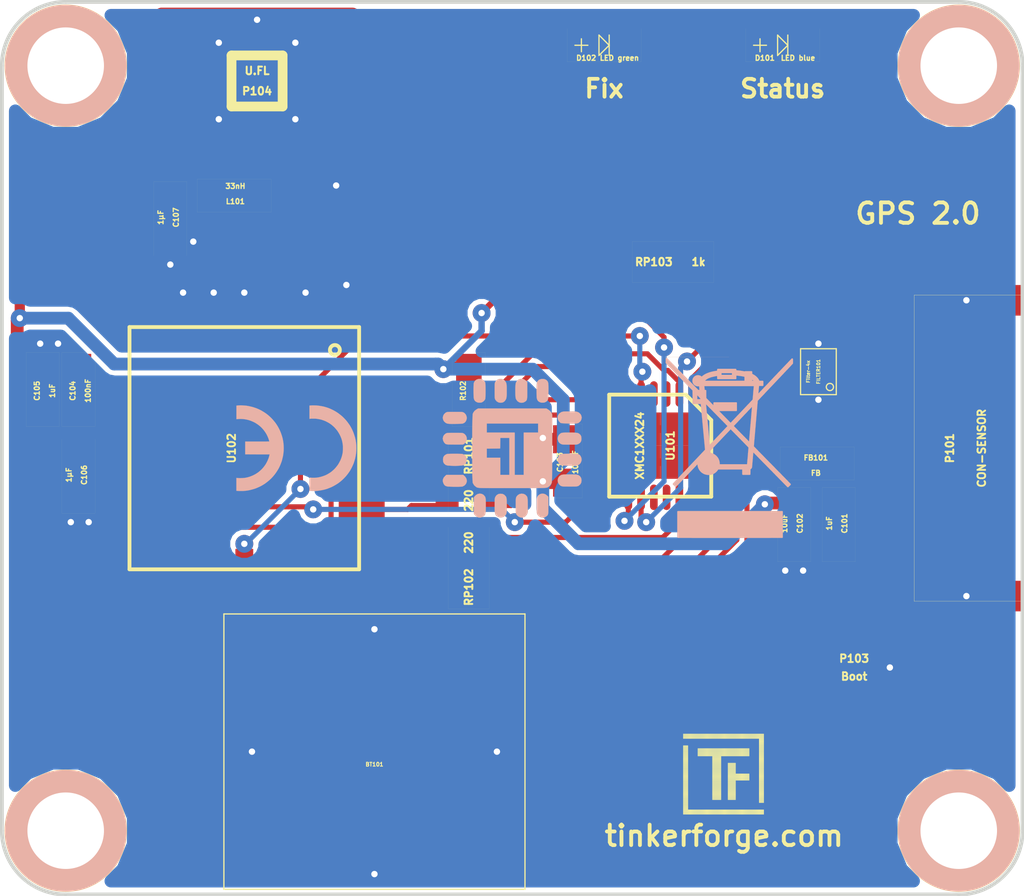
<source format=kicad_pcb>
(kicad_pcb (version 4) (host pcbnew 4.0.2+e4-6225~38~ubuntu15.10.1-stable)
  (layers (0 F.Cu signal hide) (31 B.Cu signal hide) (34 B.Paste user) (35 F.Paste user) (36 B.SilkS user) (37 F.SilkS user) (38 B.Mask user) (39 F.Mask user) (44 Edge.Cuts user))
  (net 0 "")
  (net 1 GND)
  (net 2 +BATT)
  (net 3 VCC)
  (net 4 "Net-(C101-Pad2)")
  (net 5 "Net-(L101-Pad2)")
  (net 6 "Net-(FILTER101-Pad1)")
  (net 7 "Net-(FILTER101-Pad2)")
  (net 8 "Net-(FILTER101-Pad3)")
  (net 9 "Net-(FILTER101-Pad4)")
  (net 10 RESET)
  (net 11 TXD)
  (net 12 RXD)
  (net 13 1PPS)
  (net 14 "Net-(RP101-Pad5)")
  (net 15 "Net-(RP101-Pad7)")
  (net 16 "Net-(RP101-Pad8)")
  (net 17 RTCM)
  (net 18 INT)
  (net 19 "Net-(D101-Pad2)")
  (net 20 "Net-(P103-Pad2)")
  (net 21 M-CS)
  (net 22 M-CLK)
  (net 23 M-MOSI)
  (net 24 M-MISO)
  (net 25 S-MISO)
  (net 26 S-MOSI)
  (net 27 S-CLK)
  (net 28 S-CS)
  (net 29 "Net-(RP102-Pad1)")
  (net 30 "Net-(RP102-Pad2)")
  (net 31 "Net-(RP102-Pad3)")
  (net 32 "Net-(RP102-Pad4)")
  (net 33 "Net-(D102-Pad2)")
  (net 34 "Net-(RP103-Pad5)")
  (net 35 "Net-(RP103-Pad8)")
  (module kicad-libraries:0603E (layer F.Cu) (at 188.5 103.9 270)
    (fp_text reference C103 (at 0.05 0.225 270) (layer F.SilkS) (effects (font (size 0.2 0.2) (thickness 0.05))))
    (fp_text value 100nF (at 0.05 -0.375 270) (layer F.SilkS) (effects (font (size 0.2 0.2) (thickness 0.05))))
    (pad 1 smd rect (at -0.8501 0 270) (size 1.1 1) (layers F.Cu F.Paste F.Mask) (net 1 GND))
    (pad 2 smd rect (at 0.8501 0 270) (size 1.1 1) (layers F.Cu F.Paste F.Mask) (net 3 VCC))
  )
  (module kicad-libraries:0603E (layer F.Cu) (at 199.2 106.4 90)
    (fp_text reference C101 (at 0.05 0.225 90) (layer F.SilkS) (effects (font (size 0.2 0.2) (thickness 0.05))))
    (fp_text value 1uF (at 0.05 -0.375 90) (layer F.SilkS) (effects (font (size 0.2 0.2) (thickness 0.05))))
    (pad 1 smd rect (at -0.8501 0 90) (size 1.1 1) (layers F.Cu F.Paste F.Mask) (net 1 GND))
    (pad 2 smd rect (at 0.8501 0 90) (size 1.1 1) (layers F.Cu F.Paste F.Mask) (net 4 "Net-(C101-Pad2)"))
  )
  (module kicad-libraries:0603E (layer F.Cu) (at 197.45 106.4 90)
    (fp_text reference C102 (at 0.05 0.225 90) (layer F.SilkS) (effects (font (size 0.2 0.2) (thickness 0.05))))
    (fp_text value 10uF (at 0.05 -0.375 90) (layer F.SilkS) (effects (font (size 0.2 0.2) (thickness 0.05))))
    (pad 1 smd rect (at -0.8501 0 90) (size 1.1 1) (layers F.Cu F.Paste F.Mask) (net 1 GND))
    (pad 2 smd rect (at 0.8501 0 90) (size 1.1 1) (layers F.Cu F.Paste F.Mask) (net 3 VCC))
  )
  (module kicad-libraries:0603E (layer F.Cu) (at 169.4 101.1 270)
    (fp_text reference C104 (at 0.05 0.225 270) (layer F.SilkS) (effects (font (size 0.2 0.2) (thickness 0.05))))
    (fp_text value 100nF (at 0.05 -0.375 270) (layer F.SilkS) (effects (font (size 0.2 0.2) (thickness 0.05))))
    (pad 1 smd rect (at -0.8501 0 270) (size 1.1 1) (layers F.Cu F.Paste F.Mask) (net 1 GND))
    (pad 2 smd rect (at 0.8501 0 270) (size 1.1 1) (layers F.Cu F.Paste F.Mask) (net 3 VCC))
  )
  (module kicad-libraries:0603E (layer F.Cu) (at 168 101.1 270)
    (fp_text reference C105 (at 0.05 0.225 270) (layer F.SilkS) (effects (font (size 0.2 0.2) (thickness 0.05))))
    (fp_text value 1uF (at 0.05 -0.375 270) (layer F.SilkS) (effects (font (size 0.2 0.2) (thickness 0.05))))
    (pad 1 smd rect (at -0.8501 0 270) (size 1.1 1) (layers F.Cu F.Paste F.Mask) (net 1 GND))
    (pad 2 smd rect (at 0.8501 0 270) (size 1.1 1) (layers F.Cu F.Paste F.Mask) (net 3 VCC))
  )
  (module kicad-libraries:0603E (layer F.Cu) (at 169.4 104.5 90)
    (fp_text reference C106 (at 0.05 0.225 90) (layer F.SilkS) (effects (font (size 0.2 0.2) (thickness 0.05))))
    (fp_text value 1µF (at 0.05 -0.375 90) (layer F.SilkS) (effects (font (size 0.2 0.2) (thickness 0.05))))
    (pad 1 smd rect (at -0.8501 0 90) (size 1.1 1) (layers F.Cu F.Paste F.Mask) (net 1 GND))
    (pad 2 smd rect (at 0.8501 0 90) (size 1.1 1) (layers F.Cu F.Paste F.Mask) (net 2 +BATT))
  )
  (module kicad-libraries:0603E (layer F.Cu) (at 173 94.4 90)
    (fp_text reference C107 (at 0.05 0.225 90) (layer F.SilkS) (effects (font (size 0.2 0.2) (thickness 0.05))))
    (fp_text value 1µF (at 0.05 -0.375 90) (layer F.SilkS) (effects (font (size 0.2 0.2) (thickness 0.05))))
    (pad 1 smd rect (at -0.8501 0 90) (size 1.1 1) (layers F.Cu F.Paste F.Mask) (net 1 GND))
    (pad 2 smd rect (at 0.8501 0 90) (size 1.1 1) (layers F.Cu F.Paste F.Mask) (net 3 VCC))
  )
  (module kicad-libraries:0603E (layer F.Cu) (at 198.35 104 180)
    (fp_text reference FB101 (at 0.05 0.225 180) (layer F.SilkS) (effects (font (size 0.2 0.2) (thickness 0.05))))
    (fp_text value FB (at 0.05 -0.375 180) (layer F.SilkS) (effects (font (size 0.2 0.2) (thickness 0.05))))
    (pad 1 smd rect (at -0.8501 0 180) (size 1.1 1) (layers F.Cu F.Paste F.Mask) (net 4 "Net-(C101-Pad2)"))
    (pad 2 smd rect (at 0.8501 0 180) (size 1.1 1) (layers F.Cu F.Paste F.Mask) (net 3 VCC))
  )
  (module kicad-libraries:0603E (layer F.Cu) (at 175.5 93.5)
    (fp_text reference L101 (at 0.05 0.225) (layer F.SilkS) (effects (font (size 0.2 0.2) (thickness 0.05))))
    (fp_text value 33nH (at 0.05 -0.375) (layer F.SilkS) (effects (font (size 0.2 0.2) (thickness 0.05))))
    (pad 1 smd rect (at -0.8501 0) (size 1.1 1) (layers F.Cu F.Paste F.Mask) (net 3 VCC))
    (pad 2 smd rect (at 0.8501 0) (size 1.1 1) (layers F.Cu F.Paste F.Mask) (net 5 "Net-(L101-Pad2)"))
  )
  (module kicad-libraries:DRILL_NP (layer F.Cu) (at 203.9 88.4)
    (fp_text reference U103 hide)
    (fp_text value DRILL hide)
    (pad "" np_thru_hole circle (at 0 0) (size 2.99974 2.99974) (drill 2.99974) (layers *.Cu *.Mask F.SilkS) (clearance 0.89916))
  )
  (module kicad-libraries:DRILL_NP (layer F.Cu) (at 203.9 118.4)
    (fp_text reference U104 hide)
    (fp_text value DRILL hide)
    (pad "" np_thru_hole circle (at 0 0) (size 2.99974 2.99974) (drill 2.99974) (layers *.Cu *.Mask F.SilkS) (clearance 0.89916))
  )
  (module kicad-libraries:DRILL_NP (layer F.Cu) (at 168.9 88.4)
    (fp_text reference U105 hide)
    (fp_text value DRILL hide)
    (pad "" np_thru_hole circle (at 0 0) (size 2.99974 2.99974) (drill 2.99974) (layers *.Cu *.Mask F.SilkS) (clearance 0.89916))
  )
  (module kicad-libraries:DRILL_NP (layer F.Cu) (at 168.9 118.4)
    (fp_text reference U106 hide)
    (fp_text value DRILL hide)
    (pad "" np_thru_hole circle (at 0 0) (size 2.99974 2.99974) (drill 2.99974) (layers *.Cu *.Mask F.SilkS) (clearance 0.89916))
  )
  (module kicad-libraries:FireFlyX1 (layer F.Cu) (at 175.9 103.4 270)
    (fp_text reference U102 (at 0 0.5 270) (layer F.SilkS) (effects (font (size 0.3 0.3) (thickness 0.0712))))
    (fp_text value FireFlyX1)
    (pad 1 smd rect (at -4.85 -2.4 270) (size 1.8 0.7) (layers F.Cu F.Paste F.Mask) (net 1 GND))
    (pad 2 smd rect (at -4.85 -1.2 270) (size 1.8 0.7) (layers F.Cu F.Paste F.Mask) (net 5 "Net-(L101-Pad2)"))
    (pad 3 smd rect (at -4.85 0 270) (size 1.8 0.7) (layers F.Cu F.Paste F.Mask) (net 1 GND))
    (pad 4 smd rect (at -4.85 1.2 270) (size 1.8 0.7) (layers F.Cu F.Paste F.Mask) (net 1 GND))
    (pad 5 smd rect (at -4.85 2.4 270) (size 1.8 0.7) (layers F.Cu F.Paste F.Mask) (net 1 GND))
    (pad 6 smd rect (at -2.4 4.6 270) (size 0.7 1.8) (layers F.Cu F.Paste F.Mask) (net 1 GND))
    (pad 7 smd rect (at -1.2 4.6 270) (size 0.7 1.8) (layers F.Cu F.Paste F.Mask) (net 3 VCC))
    (pad 8 smd rect (at 0 4.6 270) (size 0.7 1.8) (layers F.Cu F.Paste F.Mask) (net 2 +BATT))
    (pad 9 smd rect (at 1.2 4.6 270) (size 0.7 1.8) (layers F.Cu F.Paste F.Mask) (net 1 GND))
    (pad 10 smd rect (at 2.4 4.6 270) (size 0.7 1.8) (layers F.Cu F.Paste F.Mask))
    (pad 11 smd rect (at 4.85 2.4 270) (size 1.8 0.7) (layers F.Cu F.Paste F.Mask) (net 17 RTCM))
    (pad 12 smd rect (at 4.85 1.2 270) (size 1.8 0.7) (layers F.Cu F.Paste F.Mask) (net 29 "Net-(RP102-Pad1)"))
    (pad 13 smd rect (at 4.85 0 270) (size 1.8 0.7) (layers F.Cu F.Paste F.Mask) (net 18 INT))
    (pad 14 smd rect (at 4.85 -1.2 270) (size 1.8 0.7) (layers F.Cu F.Paste F.Mask) (net 30 "Net-(RP102-Pad2)"))
    (pad 15 smd rect (at 4.85 -2.4 270) (size 1.8 0.7) (layers F.Cu F.Paste F.Mask) (net 31 "Net-(RP102-Pad3)"))
    (pad 16 smd rect (at 2.4 -4.6 270) (size 0.7 1.8) (layers F.Cu F.Paste F.Mask) (net 16 "Net-(RP101-Pad8)"))
    (pad 17 smd rect (at 1.2 -4.6 270) (size 0.7 1.8) (layers F.Cu F.Paste F.Mask) (net 15 "Net-(RP101-Pad7)"))
    (pad 18 smd rect (at 0 -4.6 270) (size 0.7 1.8) (layers F.Cu F.Paste F.Mask) (net 14 "Net-(RP101-Pad5)"))
    (pad 19 smd rect (at -1.2 -4.6 270) (size 0.7 1.8) (layers F.Cu F.Paste F.Mask) (net 10 RESET))
    (pad 20 smd rect (at -2.4 -4.6 270) (size 0.7 1.8) (layers F.Cu F.Paste F.Mask) (net 32 "Net-(RP102-Pad4)"))
  )
  (module kicad-libraries:U.FL-CON (layer F.Cu) (at 176.4 89)
    (fp_text reference P104 (at 0 0.39878) (layer F.SilkS) (effects (font (size 0.29972 0.29972) (thickness 0.0762))))
    (fp_text value U.FL (at 0 -0.39878) (layer F.SilkS) (effects (font (size 0.29972 0.29972) (thickness 0.0762))))
    (pad 2 smd rect (at -1.45034 0) (size 1.09982 2.19964) (layers F.Cu F.Paste F.Mask) (net 1 GND))
    (pad 2 smd rect (at 1.45034 0) (size 1.09982 2.19964) (layers F.Cu F.Paste F.Mask) (net 1 GND))
    (pad 2 smd rect (at 0 -1.50114) (size 1.00076 1.00076) (layers F.Cu F.Paste F.Mask) (net 1 GND))
    (pad 1 smd rect (at 0 1.50114) (size 1.00076 1.05156) (layers F.Cu F.Paste F.Mask) (net 5 "Net-(L101-Pad2)"))
  )
  (module kicad-libraries:D0603E (layer F.Cu) (at 197 87.6)
    (fp_text reference D101 (at -0.7 0.5) (layer F.SilkS) (effects (font (size 0.2 0.2) (thickness 0.05))))
    (fp_text value "LED blue" (at 0.6 0.5) (layer F.SilkS) (effects (font (size 0.2 0.2) (thickness 0.05))))
    (pad 1 smd rect (at -0.8501 0) (size 1.1 1) (layers F.Cu F.Paste F.Mask) (net 3 VCC))
    (pad 2 smd rect (at 0.8501 0) (size 1.1 1) (layers F.Cu F.Paste F.Mask) (net 19 "Net-(D101-Pad2)"))
  )
  (module kicad-libraries:0603X4 (layer F.Cu) (at 184.7 108.1 90)
    (fp_text reference RP102 (at -0.75 0 90) (layer F.SilkS) (effects (font (size 0.29972 0.29972) (thickness 0.0762))))
    (fp_text value 220 (at 1.00076 0 90) (layer F.SilkS) (effects (font (size 0.29972 0.29972) (thickness 0.0762))))
    (pad 1 smd rect (at 1.19888 -0.8509 90) (size 0.44958 0.89916) (layers F.Cu F.Paste F.Mask) (net 29 "Net-(RP102-Pad1)"))
    (pad 2 smd rect (at 0.39878 -0.8509 90) (size 0.44958 0.89916) (layers F.Cu F.Paste F.Mask) (net 30 "Net-(RP102-Pad2)"))
    (pad 3 smd rect (at -0.39878 -0.8509 90) (size 0.44958 0.89916) (layers F.Cu F.Paste F.Mask) (net 31 "Net-(RP102-Pad3)"))
    (pad 4 smd rect (at -1.19888 -0.8509 90) (size 0.44958 0.89916) (layers F.Cu F.Paste F.Mask) (net 32 "Net-(RP102-Pad4)"))
    (pad 5 smd rect (at -1.19888 0.8509 90) (size 0.44958 0.89916) (layers F.Cu F.Paste F.Mask) (net 21 M-CS))
    (pad 6 smd rect (at -0.39878 0.8509 90) (size 0.44958 0.89916) (layers F.Cu F.Paste F.Mask) (net 22 M-CLK))
    (pad 7 smd rect (at 0.39878 0.8509 90) (size 0.44958 0.89916) (layers F.Cu F.Paste F.Mask) (net 23 M-MOSI))
    (pad 8 smd rect (at 1.19888 0.8509 90) (size 0.44958 0.89916) (layers F.Cu F.Paste F.Mask) (net 24 M-MISO))
  )
  (module kicad-libraries:0603X4 (layer F.Cu) (at 184.7 104.45 270)
    (fp_text reference RP101 (at -0.75 0 270) (layer F.SilkS) (effects (font (size 0.29972 0.29972) (thickness 0.0762))))
    (fp_text value 220 (at 1.00076 0 270) (layer F.SilkS) (effects (font (size 0.29972 0.29972) (thickness 0.0762))))
    (pad 1 smd rect (at 1.19888 -0.8509 270) (size 0.44958 0.89916) (layers F.Cu F.Paste F.Mask) (net 11 TXD))
    (pad 2 smd rect (at 0.39878 -0.8509 270) (size 0.44958 0.89916) (layers F.Cu F.Paste F.Mask) (net 12 RXD))
    (pad 3 smd rect (at -0.39878 -0.8509 270) (size 0.44958 0.89916) (layers F.Cu F.Paste F.Mask))
    (pad 4 smd rect (at -1.19888 -0.8509 270) (size 0.44958 0.89916) (layers F.Cu F.Paste F.Mask) (net 13 1PPS))
    (pad 5 smd rect (at -1.19888 0.8509 270) (size 0.44958 0.89916) (layers F.Cu F.Paste F.Mask) (net 14 "Net-(RP101-Pad5)"))
    (pad 6 smd rect (at -0.39878 0.8509 270) (size 0.44958 0.89916) (layers F.Cu F.Paste F.Mask))
    (pad 7 smd rect (at 0.39878 0.8509 270) (size 0.44958 0.89916) (layers F.Cu F.Paste F.Mask) (net 15 "Net-(RP101-Pad7)"))
    (pad 8 smd rect (at 1.19888 0.8509 270) (size 0.44958 0.89916) (layers F.Cu F.Paste F.Mask) (net 16 "Net-(RP101-Pad8)"))
  )
  (module kicad-libraries:Logo_31x31 (layer F.Cu) (at 193.1 114.6)
    (fp_text reference G*** hide)
    (fp_text value Logo_31x31 hide)
  )
  (module kicad-libraries:QFN24-4x4mm-0.5mm (layer F.Cu) (at 192.2 103.3 270)
    (fp_text reference U101 (at 0 -0.4 270) (layer F.SilkS) (effects (font (size 0.3 0.3) (thickness 0.075))))
    (fp_text value XMC1XXX24 (at 0 0.8 270) (layer F.SilkS) (effects (font (size 0.3 0.3) (thickness 0.075))))
    (pad 1 smd oval (at -2.025 -1.25 270) (size 1 0.3) (layers F.Cu F.Paste F.Mask) (net 25 S-MISO))
    (pad 2 smd oval (at -2.025 -0.75 270) (size 1 0.3) (layers F.Cu F.Paste F.Mask) (net 10 RESET))
    (pad 3 smd oval (at -2.025 -0.25 270) (size 1 0.3) (layers F.Cu F.Paste F.Mask))
    (pad 4 smd oval (at -2.025 0.25 270) (size 1 0.3) (layers F.Cu F.Paste F.Mask))
    (pad 5 smd oval (at -2.025 0.75 270) (size 1 0.3) (layers F.Cu F.Paste F.Mask) (net 18 INT))
    (pad 6 smd oval (at -2.025 1.25 270) (size 1 0.3) (layers F.Cu F.Paste F.Mask) (net 13 1PPS))
    (pad 7 smd oval (at -1.25 2.025) (size 1 0.3) (layers F.Cu F.Paste F.Mask) (net 12 RXD))
    (pad 8 smd oval (at -0.75 2.025) (size 1 0.3) (layers F.Cu F.Paste F.Mask) (net 11 TXD))
    (pad 9 smd oval (at -0.25 2.025) (size 1 0.3) (layers F.Cu F.Paste F.Mask) (net 1 GND))
    (pad 10 smd oval (at 0.25 2.025) (size 1 0.3) (layers F.Cu F.Paste F.Mask) (net 3 VCC))
    (pad 11 smd oval (at 0.75 2.025) (size 1 0.3) (layers F.Cu F.Paste F.Mask))
    (pad 12 smd oval (at 1.25 2.025) (size 1 0.3) (layers F.Cu F.Paste F.Mask) (net 17 RTCM))
    (pad 13 smd oval (at 2.025 1.25 270) (size 1 0.3) (layers F.Cu F.Paste F.Mask) (net 34 "Net-(RP103-Pad5)"))
    (pad 14 smd oval (at 2.025 0.75 270) (size 1 0.3) (layers F.Cu F.Paste F.Mask) (net 35 "Net-(RP103-Pad8)"))
    (pad 15 smd oval (at 2.025 0.25 270) (size 1 0.3) (layers F.Cu F.Paste F.Mask))
    (pad 16 smd oval (at 2.025 -0.25 270) (size 1 0.3) (layers F.Cu F.Paste F.Mask))
    (pad 17 smd oval (at 2.025 -0.75 270) (size 1 0.3) (layers F.Cu F.Paste F.Mask) (net 24 M-MISO))
    (pad 18 smd oval (at 2.025 -1.25 270) (size 1 0.3) (layers F.Cu F.Paste F.Mask) (net 23 M-MOSI))
    (pad 19 smd oval (at 1.25 -2.025) (size 1 0.3) (layers F.Cu F.Paste F.Mask) (net 22 M-CLK))
    (pad 20 smd oval (at 0.75 -2.025) (size 1 0.3) (layers F.Cu F.Paste F.Mask) (net 21 M-CS))
    (pad 21 smd oval (at 0.25 -2.025) (size 1 0.3) (layers F.Cu F.Paste F.Mask) (net 20 "Net-(P103-Pad2)"))
    (pad 22 smd oval (at -0.25 -2.025) (size 1 0.3) (layers F.Cu F.Paste F.Mask) (net 28 S-CS))
    (pad 23 smd oval (at -0.75 -2.025) (size 1 0.3) (layers F.Cu F.Paste F.Mask) (net 27 S-CLK))
    (pad 24 smd oval (at -1.25 -2.025) (size 1 0.3) (layers F.Cu F.Paste F.Mask) (net 26 S-MOSI))
    (pad EXP smd rect (at 0.65 0.65 270) (size 1.3 1.3) (layers F.Cu F.Paste F.Mask) (net 1 GND))
    (pad EXP smd rect (at 0.65 -0.65 270) (size 1.3 1.3) (layers F.Cu F.Paste F.Mask) (net 1 GND))
    (pad EXP smd rect (at -0.65 0.65 270) (size 1.3 1.3) (layers F.Cu F.Paste F.Mask) (net 1 GND))
    (pad EXP smd rect (at -0.65 -0.65 270) (size 1.3 1.3) (layers F.Cu F.Paste F.Mask) (net 1 GND))
  )
  (module kicad-libraries:CE_5mm (layer B.Cu) (at 177.9 103.4 180)
    (fp_text reference VAL hide)
    (fp_text value CE_5mm hide)
  )
  (module kicad-libraries:WEEE_7mm_back (layer B.Cu) (at 194.9 103.4)
    (fp_text reference VAL hide)
    (fp_text value WEEE_7mm_back hide)
  )
  (module kicad-libraries:CON-SENSOR (layer F.Cu) (at 206.4 103.4 90)
    (fp_text reference P101 (at 0 -2.85 90) (layer F.SilkS) (effects (font (size 0.3 0.3) (thickness 0.075))))
    (fp_text value CON-SENSOR (at 0 -1.6002 90) (layer F.SilkS) (effects (font (size 0.29972 0.29972) (thickness 0.07112))))
    (pad 1 smd rect (at -4.50088 -4.7752 90) (size 0.59944 1.5494) (layers F.Cu F.Paste F.Mask))
    (pad 2 smd rect (at -3.50012 -4.7752 90) (size 0.59944 1.5494) (layers F.Cu F.Paste F.Mask) (net 1 GND))
    (pad 3 smd rect (at -2.49936 -4.7752 90) (size 0.59944 1.5494) (layers F.Cu F.Paste F.Mask) (net 4 "Net-(C101-Pad2)"))
    (pad 4 smd rect (at -1.50114 -4.7752 90) (size 0.59944 1.5494) (layers F.Cu F.Paste F.Mask))
    (pad 5 smd rect (at -0.50038 -4.7752 90) (size 0.59944 1.5494) (layers F.Cu F.Paste F.Mask))
    (pad 6 smd rect (at 0.50038 -4.7752 90) (size 0.59944 1.5494) (layers F.Cu F.Paste F.Mask))
    (pad 7 smd rect (at 1.50114 -4.7752 90) (size 0.59944 1.5494) (layers F.Cu F.Paste F.Mask) (net 6 "Net-(FILTER101-Pad1)"))
    (pad 8 smd rect (at 2.49936 -4.7752 90) (size 0.59944 1.5494) (layers F.Cu F.Paste F.Mask) (net 7 "Net-(FILTER101-Pad2)"))
    (pad 9 smd rect (at 3.50012 -4.7752 90) (size 0.59944 1.5494) (layers F.Cu F.Paste F.Mask) (net 8 "Net-(FILTER101-Pad3)"))
    (pad 10 smd rect (at 4.50088 -4.7752 90) (size 0.59944 1.5494) (layers F.Cu F.Paste F.Mask) (net 9 "Net-(FILTER101-Pad4)"))
    (pad EP smd rect (at -5.79882 -0.89916 90) (size 1.19888 1.80086) (layers F.Cu F.Paste F.Mask) (net 1 GND))
    (pad EP smd rect (at 5.79882 -0.89916 90) (size 1.19888 1.80086) (layers F.Cu F.Paste F.Mask) (net 1 GND))
  )
  (module kicad-libraries:D0603E (layer F.Cu) (at 190 87.6)
    (fp_text reference D102 (at -0.7 0.5) (layer F.SilkS) (effects (font (size 0.2 0.2) (thickness 0.05))))
    (fp_text value "LED green" (at 0.6 0.5) (layer F.SilkS) (effects (font (size 0.2 0.2) (thickness 0.05))))
    (pad 1 smd rect (at -0.8501 0) (size 1.1 1) (layers F.Cu F.Paste F.Mask) (net 3 VCC))
    (pad 2 smd rect (at 0.8501 0) (size 1.1 1) (layers F.Cu F.Paste F.Mask) (net 33 "Net-(D102-Pad2)"))
  )
  (module kicad-libraries:0603X4 (layer F.Cu) (at 192.7 96.1)
    (fp_text reference RP103 (at -0.75 0) (layer F.SilkS) (effects (font (size 0.29972 0.29972) (thickness 0.0762))))
    (fp_text value 1k (at 1.00076 0) (layer F.SilkS) (effects (font (size 0.29972 0.29972) (thickness 0.0762))))
    (pad 1 smd rect (at 1.19888 -0.8509) (size 0.44958 0.89916) (layers F.Cu F.Paste F.Mask) (net 19 "Net-(D101-Pad2)"))
    (pad 2 smd rect (at 0.39878 -0.8509) (size 0.44958 0.89916) (layers F.Cu F.Paste F.Mask))
    (pad 3 smd rect (at -0.39878 -0.8509) (size 0.44958 0.89916) (layers F.Cu F.Paste F.Mask))
    (pad 4 smd rect (at -1.19888 -0.8509) (size 0.44958 0.89916) (layers F.Cu F.Paste F.Mask) (net 33 "Net-(D102-Pad2)"))
    (pad 5 smd rect (at -1.19888 0.8509) (size 0.44958 0.89916) (layers F.Cu F.Paste F.Mask) (net 34 "Net-(RP103-Pad5)"))
    (pad 6 smd rect (at -0.39878 0.8509) (size 0.44958 0.89916) (layers F.Cu F.Paste F.Mask))
    (pad 7 smd rect (at 0.39878 0.8509) (size 0.44958 0.89916) (layers F.Cu F.Paste F.Mask))
    (pad 8 smd rect (at 1.19888 0.8509) (size 0.44958 0.89916) (layers F.Cu F.Paste F.Mask) (net 35 "Net-(RP103-Pad8)"))
  )
  (module kicad-libraries:SolderJumper (layer F.Cu) (at 199.8 112 180)
    (fp_text reference P103 (at 0 0.35 180) (layer F.SilkS) (effects (font (size 0.3 0.3) (thickness 0.0712))))
    (fp_text value Boot (at 0 -0.35 180) (layer F.SilkS) (effects (font (size 0.3 0.3) (thickness 0.0712))))
    (pad 2 smd rect (at 0.55 0 180) (size 0.3 1.4) (layers F.Cu F.Mask) (net 20 "Net-(P103-Pad2)"))
    (pad 2 smd rect (at 0.15 0 180) (size 0.6 0.5) (layers F.Cu F.Mask) (net 20 "Net-(P103-Pad2)"))
    (pad 1 smd rect (at -0.5 0 180) (size 0.4 1.4) (layers F.Cu F.Mask) (net 1 GND))
    (pad 1 smd rect (at -0.225 0.55 180) (size 0.95 0.3) (layers F.Cu F.Mask) (net 1 GND))
    (pad 1 smd rect (at -0.225 -0.55 180) (size 0.95 0.3) (layers F.Cu F.Mask) (net 1 GND))
  )
  (module kicad-libraries:BATTERY_HOLDER_BK870 (layer F.Cu) (at 181 115.3)
    (fp_text reference BT101 (at 0 0.5) (layer F.SilkS) (effects (font (size 0.15 0.15) (thickness 0.0375))))
    (fp_text value Battery)
    (pad 1 smd rect (at -7.7 0) (size 3.2 3.2) (layers F.Cu F.Paste F.Mask) (net 2 +BATT))
    (pad 1 smd rect (at 7.7 0) (size 3.2 3.2) (layers F.Cu F.Paste F.Mask) (net 2 +BATT))
    (pad 2 smd circle (at 0 0) (size 8.13 8.13) (layers F.Cu F.Mask) (net 1 GND))
  )
  (module kicad-libraries:DFN8-17x135 (layer F.Cu) (at 198.4 100.4 270)
    (fp_text reference FILTER101 (at 0 0 270) (layer F.SilkS) (effects (font (size 0.127 0.127) (thickness 0.03175))))
    (fp_text value Filter-4x (at 0 0.4 270) (layer F.SilkS) (effects (font (size 0.127 0.127) (thickness 0.03175))))
    (pad 1 smd rect (at 0.6 -0.675 270) (size 0.25 0.6) (layers F.Cu F.Paste F.Mask) (net 6 "Net-(FILTER101-Pad1)"))
    (pad 2 smd rect (at 0.2 -0.675 270) (size 0.25 0.6) (layers F.Cu F.Paste F.Mask) (net 7 "Net-(FILTER101-Pad2)"))
    (pad 3 smd rect (at -0.2 -0.675 270) (size 0.25 0.6) (layers F.Cu F.Paste F.Mask) (net 8 "Net-(FILTER101-Pad3)"))
    (pad 4 smd rect (at -0.6 -0.675 270) (size 0.25 0.6) (layers F.Cu F.Paste F.Mask) (net 9 "Net-(FILTER101-Pad4)"))
    (pad 5 smd rect (at -0.6 0.675 270) (size 0.25 0.6) (layers F.Cu F.Paste F.Mask) (net 25 S-MISO))
    (pad 6 smd rect (at -0.2 0.675 270) (size 0.25 0.6) (layers F.Cu F.Paste F.Mask) (net 26 S-MOSI))
    (pad 7 smd rect (at 0.2 0.675 270) (size 0.25 0.6) (layers F.Cu F.Paste F.Mask) (net 27 S-CLK))
    (pad 8 smd rect (at 0.6 0.675 270) (size 0.25 0.6) (layers F.Cu F.Paste F.Mask) (net 28 S-CS))
    (pad EXP smd rect (at 0 0 270) (size 1.2 0.4) (layers F.Cu F.Paste F.Mask) (net 1 GND))
  )
  (module kicad-libraries:0603E (layer F.Cu) (at 184.7 101.1 270)
    (fp_text reference R102 (at 0.05 0.225 270) (layer F.SilkS) (effects (font (size 0.2 0.2) (thickness 0.05))))
    (fp_text value 1k (at 0.05 -0.375 270) (layer F.SilkS) (effects (font (size 0.2 0.2) (thickness 0.05))))
    (pad 1 smd rect (at -0.8501 0 270) (size 1.1 1) (layers F.Cu F.Paste F.Mask) (net 3 VCC))
    (pad 2 smd rect (at 0.8501 0 270) (size 1.1 1) (layers F.Cu F.Paste F.Mask) (net 10 RESET))
  )
  (module kicad-libraries:Logo_CoMCU (layer B.Cu) (at 186.4 103.4 180)
    (fp_text reference G*** hide)
    (fp_text value LOGO hide)
  )
  (gr_text Fix (at 190 89.3) (layer F.SilkS) (effects (font (size 0.7 0.7))))
  (gr_text Status (at 197 89.3) (layer F.SilkS) (effects (font (size 0.7 0.7))))
  (gr_line (start 203.9 85.9) (end 168.9 85.9) (angle 90) (layer Edge.Cuts) (width 0.15))
  (gr_line (start 206.4 118.4) (end 206.4 88.4) (angle 90) (layer Edge.Cuts) (width 0.15))
  (gr_line (start 168.9 120.9) (end 203.9 120.9) (angle 90) (layer Edge.Cuts) (width 0.15))
  (gr_line (start 166.4 88.4) (end 166.4 118.4) (angle 90) (layer Edge.Cuts) (width 0.15))
  (gr_arc (start 168.9 88.4) (end 166.4 88.4) (angle 90) (layer Edge.Cuts) (width 0.15))
  (gr_arc (start 203.9 88.4) (end 203.9 85.9) (angle 90) (layer Edge.Cuts) (width 0.15))
  (gr_arc (start 203.9 118.4) (end 206.4 118.4) (angle 90) (layer Edge.Cuts) (width 0.15))
  (gr_arc (start 168.9 118.4) (end 168.9 120.9) (angle 90) (layer Edge.Cuts) (width 0.15))
  (gr_text "GPS 2.0" (at 202.3 94.2) (layer F.SilkS) (effects (font (size 0.8 0.8))))
  (gr_text tinkerforge.com (at 194.7 118.6) (layer F.SilkS) (effects (font (size 0.8 0.8))))
  (segment (start 181 115.3) (end 176.2 115.3) (width 0.5) (layer F.Cu) (net 1))
  (via (at 176.2 115.3) (size 0.7) (drill 0.25) (layers F.Cu B.Cu) (net 1))
  (segment (start 181 115.3) (end 185.8 115.3) (width 0.5) (layer F.Cu) (net 1))
  (via (at 185.8 115.3) (size 0.7) (drill 0.25) (layers F.Cu B.Cu) (net 1))
  (segment (start 181 115.3) (end 181 120.1) (width 0.5) (layer F.Cu) (net 1))
  (via (at 181 120.1) (size 0.7) (drill 0.25) (layers F.Cu B.Cu) (net 1))
  (segment (start 181 115.3) (end 181 110.5) (width 0.5) (layer F.Cu) (net 1))
  (via (at 181 110.5) (size 0.7) (drill 0.25) (layers F.Cu B.Cu) (net 1))
  (segment (start 200.025 112.55) (end 200.15 112.55) (width 0.2) (layer F.Cu) (net 1))
  (segment (start 200.15 112.55) (end 200.35 112.35) (width 0.2) (layer F.Cu) (net 1))
  (segment (start 200.35 112.35) (end 200.35 112) (width 0.2) (layer F.Cu) (net 1))
  (segment (start 200.35 112) (end 200.3 112) (width 0.2) (layer F.Cu) (net 1))
  (segment (start 200.025 111.45) (end 200.15 111.45) (width 0.2) (layer F.Cu) (net 1))
  (segment (start 200.15 111.45) (end 200.35 111.65) (width 0.2) (layer F.Cu) (net 1))
  (segment (start 200.35 111.65) (end 200.35 112) (width 0.2) (layer F.Cu) (net 1))
  (segment (start 200.35 112) (end 200.3 112) (width 0.2) (layer F.Cu) (net 1))
  (segment (start 200.35 112) (end 201.2 112) (width 0.2) (layer F.Cu) (net 1))
  (via (at 201.2 112) (size 0.7) (drill 0.25) (layers F.Cu B.Cu) (net 1))
  (segment (start 205.50084 97.60118) (end 204.20118 97.60118) (width 0.4) (layer F.Cu) (net 1))
  (via (at 204.2 97.6) (size 0.7) (drill 0.25) (layers F.Cu B.Cu) (net 1))
  (segment (start 204.20118 97.60118) (end 204.2 97.6) (width 0.4) (layer F.Cu) (net 1))
  (segment (start 205.50084 109.19882) (end 204.20118 109.19882) (width 0.4) (layer F.Cu) (net 1))
  (via (at 204.2 109.2) (size 0.7) (drill 0.25) (layers F.Cu B.Cu) (net 1))
  (segment (start 204.20118 109.19882) (end 204.2 109.2) (width 0.4) (layer F.Cu) (net 1))
  (segment (start 179.5 93.1) (end 179.5 96.6) (width 0.7) (layer B.Cu) (net 1))
  (segment (start 178.3 94.3) (end 179.5 93.1) (width 0.7) (layer B.Cu) (net 1))
  (via (at 179.5 93.1) (size 0.7) (drill 0.25) (layers F.Cu B.Cu) (net 1))
  (segment (start 178.3 98.55) (end 178.3 97.3) (width 0.4) (layer F.Cu) (net 1))
  (via (at 178.3 97.3) (size 0.7) (drill 0.25) (layers F.Cu B.Cu) (net 1))
  (segment (start 178.3 97.3) (end 178.3 94.3) (width 0.7) (layer B.Cu) (net 1))
  (via (at 179.9 97) (size 0.7) (drill 0.25) (layers F.Cu B.Cu) (net 1))
  (segment (start 179.5 96.6) (end 179.9 97) (width 0.7) (layer B.Cu) (net 1))
  (segment (start 188.5 103.0499) (end 187.6499 103.0499) (width 0.5) (layer F.Cu) (net 1))
  (via (at 187.6 103) (size 0.7) (drill 0.25) (layers F.Cu B.Cu) (net 1))
  (segment (start 187.6499 103.0499) (end 187.6 103) (width 0.5) (layer F.Cu) (net 1))
  (segment (start 192.85 103.95) (end 191.55 103.95) (width 0.3) (layer F.Cu) (net 1))
  (segment (start 191.55 103.95) (end 191.55 102.65) (width 0.3) (layer F.Cu) (net 1))
  (segment (start 191.55 102.65) (end 192.85 102.65) (width 0.3) (layer F.Cu) (net 1))
  (segment (start 191.15 103.05) (end 191.55 102.65) (width 0.3) (layer F.Cu) (net 1))
  (segment (start 190.175 103.05) (end 188.5001 103.05) (width 0.3) (layer F.Cu) (net 1))
  (segment (start 188.5001 103.05) (end 188.5 103.0499) (width 0.3) (layer F.Cu) (net 1))
  (segment (start 177.85034 89) (end 177.85034 87.54966) (width 0.4) (layer F.Cu) (net 1))
  (via (at 177.9 87.5) (size 0.7) (drill 0.25) (layers F.Cu B.Cu) (net 1))
  (segment (start 177.85034 87.54966) (end 177.9 87.5) (width 0.4) (layer F.Cu) (net 1))
  (segment (start 177.85034 89) (end 177.85034 90.45034) (width 0.4) (layer F.Cu) (net 1))
  (via (at 177.9 90.5) (size 0.7) (drill 0.25) (layers F.Cu B.Cu) (net 1))
  (segment (start 177.85034 90.45034) (end 177.9 90.5) (width 0.4) (layer F.Cu) (net 1))
  (segment (start 174.94966 89) (end 174.94966 90.45034) (width 0.4) (layer F.Cu) (net 1))
  (via (at 174.9 90.5) (size 0.7) (drill 0.25) (layers F.Cu B.Cu) (net 1))
  (segment (start 174.94966 90.45034) (end 174.9 90.5) (width 0.4) (layer F.Cu) (net 1))
  (segment (start 174.94966 89) (end 174.94966 87.54966) (width 0.4) (layer F.Cu) (net 1))
  (via (at 174.9 87.5) (size 0.7) (drill 0.25) (layers F.Cu B.Cu) (net 1))
  (segment (start 174.94966 87.54966) (end 174.9 87.5) (width 0.4) (layer F.Cu) (net 1))
  (segment (start 176.4 87.49886) (end 176.4 86.6) (width 0.4) (layer F.Cu) (net 1))
  (via (at 176.4 86.6) (size 0.7) (drill 0.25) (layers F.Cu B.Cu) (net 1))
  (segment (start 173 95.2501) (end 173.8501 95.2501) (width 0.4) (layer F.Cu) (net 1))
  (via (at 173.9 95.3) (size 0.7) (drill 0.25) (layers F.Cu B.Cu) (net 1))
  (segment (start 173.8501 95.2501) (end 173.9 95.3) (width 0.4) (layer F.Cu) (net 1))
  (segment (start 173 95.2501) (end 173 96.2) (width 0.4) (layer F.Cu) (net 1))
  (via (at 173 96.2) (size 0.7) (drill 0.25) (layers F.Cu B.Cu) (net 1))
  (segment (start 175.9 98.55) (end 175.9 97.3) (width 0.4) (layer F.Cu) (net 1))
  (via (at 175.9 97.3) (size 0.7) (drill 0.25) (layers F.Cu B.Cu) (net 1))
  (segment (start 174.7 98.55) (end 174.7 97.3) (width 0.4) (layer F.Cu) (net 1))
  (via (at 174.7 97.3) (size 0.7) (drill 0.25) (layers F.Cu B.Cu) (net 1))
  (segment (start 173.5 98.55) (end 173.5 97.3) (width 0.4) (layer F.Cu) (net 1))
  (via (at 173.5 97.3) (size 0.7) (drill 0.25) (layers F.Cu B.Cu) (net 1))
  (segment (start 198.4 100.4) (end 198.4 99.3) (width 0.4) (layer F.Cu) (net 1))
  (via (at 198.4 99.3) (size 0.7) (drill 0.25) (layers F.Cu B.Cu) (net 1))
  (segment (start 198.4 100.4) (end 198.4 101.5) (width 0.4) (layer F.Cu) (net 1))
  (via (at 198.4 101.5) (size 0.7) (drill 0.25) (layers F.Cu B.Cu) (net 1))
  (segment (start 171.3 104.6) (end 170.5 104.6) (width 0.4) (layer F.Cu) (net 1))
  (segment (start 170.5 104.6) (end 169.7499 105.3501) (width 0.4) (layer F.Cu) (net 1))
  (segment (start 169.7499 105.3501) (end 169.4 105.3501) (width 0.4) (layer F.Cu) (net 1))
  (segment (start 169.4 105.3501) (end 169.4 105.9) (width 0.4) (layer F.Cu) (net 1))
  (segment (start 169.4 105.9) (end 169.8 106.3) (width 0.4) (layer F.Cu) (net 1))
  (via (at 169.8 106.3) (size 0.7) (drill 0.25) (layers F.Cu B.Cu) (net 1))
  (segment (start 169.4 105.3501) (end 169.4 106) (width 0.4) (layer F.Cu) (net 1))
  (via (at 169.1 106.3) (size 0.7) (drill 0.25) (layers F.Cu B.Cu) (net 1))
  (segment (start 169.4 106) (end 169.1 106.3) (width 0.4) (layer F.Cu) (net 1))
  (segment (start 168 100.2499) (end 168 99.9) (width 0.4) (layer F.Cu) (net 1))
  (segment (start 168 99.9) (end 168.6 99.3) (width 0.4) (layer F.Cu) (net 1))
  (segment (start 168.6 99.5) (end 168.6 99.3) (width 0.4) (layer F.Cu) (net 1))
  (via (at 168.6 99.3) (size 0.7) (drill 0.25) (layers F.Cu B.Cu) (net 1))
  (segment (start 168 100.1) (end 168.6 99.5) (width 0.4) (layer F.Cu) (net 1))
  (segment (start 168 100.2499) (end 168 100.1) (width 0.4) (layer F.Cu) (net 1))
  (segment (start 168 100.2499) (end 168 99.4) (width 0.4) (layer F.Cu) (net 1))
  (via (at 167.9 99.3) (size 0.7) (drill 0.25) (layers F.Cu B.Cu) (net 1))
  (segment (start 168 99.4) (end 167.9 99.3) (width 0.4) (layer F.Cu) (net 1))
  (segment (start 169.4 100.2499) (end 168 100.2499) (width 0.4) (layer F.Cu) (net 1))
  (segment (start 171.3 101) (end 170.4 101) (width 0.4) (layer F.Cu) (net 1))
  (segment (start 170.4 101) (end 169.6499 100.2499) (width 0.4) (layer F.Cu) (net 1))
  (segment (start 169.6499 100.2499) (end 169.4 100.2499) (width 0.4) (layer F.Cu) (net 1))
  (segment (start 199.2 107.2501) (end 197.45 107.2501) (width 0.5) (layer F.Cu) (net 1))
  (segment (start 201.6248 106.90012) (end 200.49988 106.90012) (width 0.5) (layer F.Cu) (net 1))
  (segment (start 200.1499 107.2501) (end 199.2 107.2501) (width 0.5) (layer F.Cu) (net 1))
  (segment (start 200.49988 106.90012) (end 200.1499 107.2501) (width 0.5) (layer F.Cu) (net 1))
  (segment (start 197.45 107.2501) (end 197.45 107.85) (width 0.5) (layer F.Cu) (net 1))
  (segment (start 197.45 107.85) (end 197.8 108.2) (width 0.5) (layer F.Cu) (net 1))
  (via (at 197.8 108.2) (size 0.7) (drill 0.25) (layers F.Cu B.Cu) (net 1))
  (via (at 197.1 108.2) (size 0.7) (drill 0.25) (layers F.Cu B.Cu) (net 1))
  (segment (start 197.45 107.85) (end 197.1 108.2) (width 0.5) (layer F.Cu) (net 1))
  (segment (start 190.175 103.05) (end 191.15 103.05) (width 0.3) (layer F.Cu) (net 1))
  (segment (start 173.3 115.3) (end 171.6 115.3) (width 0.5) (layer F.Cu) (net 2))
  (segment (start 167.9 104.3) (end 168.5501 103.6499) (width 0.5) (layer F.Cu) (net 2))
  (segment (start 167.9 111.6) (end 167.9 104.3) (width 0.5) (layer F.Cu) (net 2))
  (segment (start 171.6 115.3) (end 167.9 111.6) (width 0.5) (layer F.Cu) (net 2))
  (segment (start 168.5501 103.6499) (end 169.4 103.6499) (width 0.5) (layer F.Cu) (net 2))
  (segment (start 169.4 103.6499) (end 168.5501 103.6499) (width 0.4) (layer F.Cu) (net 2))
  (segment (start 173.7 115.8) (end 174.3 115.8) (width 0.4) (layer F.Cu) (net 2))
  (segment (start 171.3 103.4) (end 169.6499 103.4) (width 0.4) (layer F.Cu) (net 2))
  (segment (start 169.6499 103.4) (end 169.4 103.6499) (width 0.4) (layer F.Cu) (net 2))
  (segment (start 196.3 105.6) (end 194.75 107.15) (width 0.5) (layer B.Cu) (net 3))
  (segment (start 187.6 105.75) (end 187.6 104.7) (width 0.5) (layer B.Cu) (net 3))
  (segment (start 189 107.15) (end 187.6 105.75) (width 0.5) (layer B.Cu) (net 3))
  (segment (start 194.75 107.15) (end 189 107.15) (width 0.5) (layer B.Cu) (net 3))
  (segment (start 183.7 100.3) (end 185.2 98.8) (width 0.25) (layer B.Cu) (net 3))
  (via (at 185.2 98.1) (size 0.7) (drill 0.25) (layers F.Cu B.Cu) (net 3))
  (segment (start 185.2 98.8) (end 185.2 98.1) (width 0.25) (layer B.Cu) (net 3))
  (segment (start 189.1499 87.6) (end 189.1499 94.1501) (width 0.25) (layer F.Cu) (net 3))
  (segment (start 189.1499 94.1501) (end 185.2 98.1) (width 0.25) (layer F.Cu) (net 3))
  (segment (start 196.1499 87.6) (end 195.4 87.6) (width 0.25) (layer F.Cu) (net 3))
  (segment (start 189.1499 86.9501) (end 189.1499 87.6) (width 0.25) (layer F.Cu) (net 3))
  (segment (start 189.6 86.5) (end 189.1499 86.9501) (width 0.25) (layer F.Cu) (net 3))
  (segment (start 194.3 86.5) (end 189.6 86.5) (width 0.25) (layer F.Cu) (net 3))
  (segment (start 195.4 87.6) (end 194.3 86.5) (width 0.25) (layer F.Cu) (net 3))
  (segment (start 188.4 103.9) (end 187.6 104.7) (width 0.5) (layer B.Cu) (net 3))
  (segment (start 187.2 100.3) (end 188.4 101.5) (width 0.5) (layer B.Cu) (net 3))
  (segment (start 183.7 100.3) (end 187.2 100.3) (width 0.5) (layer B.Cu) (net 3))
  (segment (start 188.4 101.5) (end 188.4 103.9) (width 0.5) (layer B.Cu) (net 3))
  (segment (start 168 101.9501) (end 167.5501 101.9501) (width 0.5) (layer F.Cu) (net 3))
  (segment (start 167.5501 101.9501) (end 167 101.4) (width 0.5) (layer F.Cu) (net 3))
  (segment (start 167 98.4) (end 167.1 98.3) (width 0.5) (layer F.Cu) (net 3))
  (segment (start 167 101.4) (end 167 98.4) (width 0.5) (layer F.Cu) (net 3))
  (segment (start 183.4 100.1) (end 170.8 100.1) (width 0.5) (layer B.Cu) (net 3))
  (via (at 167.1 98.3) (size 0.7) (drill 0.25) (layers F.Cu B.Cu) (net 3))
  (segment (start 169 98.3) (end 167.1 98.3) (width 0.5) (layer B.Cu) (net 3))
  (segment (start 170.8 100.1) (end 169 98.3) (width 0.5) (layer B.Cu) (net 3))
  (segment (start 196.3501 105.5499) (end 196.3 105.6) (width 0.5) (layer F.Cu) (net 3))
  (via (at 196.3 105.6) (size 0.7) (drill 0.25) (layers F.Cu B.Cu) (net 3))
  (segment (start 197.45 105.5499) (end 196.3501 105.5499) (width 0.5) (layer F.Cu) (net 3))
  (segment (start 187.6501 104.7501) (end 188.5 104.7501) (width 0.5) (layer F.Cu) (net 3))
  (via (at 187.6 104.7) (size 0.7) (drill 0.25) (layers F.Cu B.Cu) (net 3))
  (segment (start 187.6 104.7) (end 187.6501 104.7501) (width 0.5) (layer F.Cu) (net 3))
  (segment (start 184.7 100.2499) (end 183.7501 100.2499) (width 0.5) (layer F.Cu) (net 3))
  (via (at 183.7 100.3) (size 0.7) (drill 0.25) (layers F.Cu B.Cu) (net 3))
  (segment (start 183.7501 100.2499) (end 183.7 100.3) (width 0.5) (layer F.Cu) (net 3))
  (segment (start 167.9501 102) (end 168 101.9501) (width 0.5) (layer F.Cu) (net 3))
  (segment (start 189.0499 104.7501) (end 188.5 104.7501) (width 0.3) (layer F.Cu) (net 3))
  (segment (start 189.3 104.5) (end 189.0499 104.7501) (width 0.3) (layer F.Cu) (net 3))
  (segment (start 189.3 103.8) (end 189.3 104.5) (width 0.3) (layer F.Cu) (net 3))
  (segment (start 173 93.5499) (end 174.6 93.5499) (width 0.4) (layer F.Cu) (net 3))
  (segment (start 174.6 93.5499) (end 174.6499 93.5) (width 0.4) (layer F.Cu) (net 3))
  (segment (start 167.1 98.3) (end 167.1 95.8) (width 0.4) (layer F.Cu) (net 3))
  (segment (start 169.3501 93.5499) (end 173 93.5499) (width 0.4) (layer F.Cu) (net 3))
  (segment (start 167.1 95.8) (end 169.3501 93.5499) (width 0.4) (layer F.Cu) (net 3))
  (segment (start 171.3 102.2) (end 170.3 102.2) (width 0.4) (layer F.Cu) (net 3))
  (segment (start 170.0501 101.9501) (end 169.4 101.9501) (width 0.4) (layer F.Cu) (net 3))
  (segment (start 170.3 102.2) (end 170.0501 101.9501) (width 0.4) (layer F.Cu) (net 3))
  (segment (start 168 101.9501) (end 169.4 101.9501) (width 0.4) (layer F.Cu) (net 3))
  (segment (start 197.4999 104) (end 197.4999 105.5) (width 0.5) (layer F.Cu) (net 3))
  (segment (start 197.4999 105.5) (end 197.45 105.5499) (width 0.5) (layer F.Cu) (net 3))
  (segment (start 190.175 103.55) (end 189.55 103.55) (width 0.3) (layer F.Cu) (net 3))
  (segment (start 189.55 103.55) (end 189.3 103.8) (width 0.3) (layer F.Cu) (net 3))
  (segment (start 183.5 100.1) (end 183.4 100.1) (width 0.5) (layer B.Cu) (net 3))
  (segment (start 183.7 100.3) (end 183.5 100.1) (width 0.5) (layer B.Cu) (net 3))
  (segment (start 199.2001 104) (end 199.2001 105.5498) (width 0.5) (layer F.Cu) (net 4))
  (segment (start 199.2001 105.5498) (end 199.2 105.5499) (width 0.5) (layer F.Cu) (net 4))
  (segment (start 201.6248 105.89936) (end 200.39936 105.89936) (width 0.5) (layer F.Cu) (net 4))
  (segment (start 200 105.5) (end 199.2499 105.5) (width 0.5) (layer F.Cu) (net 4))
  (segment (start 200.39936 105.89936) (end 200 105.5) (width 0.5) (layer F.Cu) (net 4))
  (segment (start 199.2499 105.5) (end 199.2 105.5499) (width 0.5) (layer F.Cu) (net 4))
  (segment (start 176.4 90.50114) (end 176.4 93.4501) (width 0.7) (layer F.Cu) (net 5))
  (segment (start 176.4 93.4501) (end 176.3501 93.5) (width 0.5) (layer F.Cu) (net 5))
  (segment (start 177.1 98.55) (end 177.1 96) (width 0.7) (layer F.Cu) (net 5))
  (segment (start 176.3501 95.2501) (end 176.3501 93.5) (width 0.7) (layer F.Cu) (net 5))
  (segment (start 177.1 96) (end 176.3501 95.2501) (width 0.7) (layer F.Cu) (net 5))
  (segment (start 201.6248 101.89886) (end 200.69886 101.89886) (width 0.2) (layer F.Cu) (net 6))
  (segment (start 199.8 101) (end 199.075 101) (width 0.2) (layer F.Cu) (net 6))
  (segment (start 200.69886 101.89886) (end 199.8 101) (width 0.2) (layer F.Cu) (net 6))
  (segment (start 201.6248 100.90064) (end 200.50064 100.90064) (width 0.2) (layer F.Cu) (net 7))
  (segment (start 200.2 100.6) (end 199.075 100.6) (width 0.2) (layer F.Cu) (net 7))
  (segment (start 200.50064 100.90064) (end 200.2 100.6) (width 0.2) (layer F.Cu) (net 7))
  (segment (start 201.6248 99.89988) (end 200.60012 99.89988) (width 0.2) (layer F.Cu) (net 8))
  (segment (start 200.3 100.2) (end 199.075 100.2) (width 0.2) (layer F.Cu) (net 8))
  (segment (start 200.60012 99.89988) (end 200.3 100.2) (width 0.2) (layer F.Cu) (net 8))
  (segment (start 201.6248 98.89912) (end 200.60088 98.89912) (width 0.2) (layer F.Cu) (net 9))
  (segment (start 199.7 99.8) (end 199.075 99.8) (width 0.2) (layer F.Cu) (net 9))
  (segment (start 200.60088 98.89912) (end 199.7 99.8) (width 0.2) (layer F.Cu) (net 9))
  (segment (start 192.95 101.275) (end 192.95 100.8) (width 0.2) (layer F.Cu) (net 10))
  (segment (start 192.95 100.8) (end 192.5 100.35) (width 0.2) (layer F.Cu) (net 10))
  (segment (start 192.35 100.35) (end 191.7 99.7) (width 0.2) (layer F.Cu) (net 10))
  (segment (start 192.5 100.35) (end 192.35 100.35) (width 0.2) (layer F.Cu) (net 10))
  (segment (start 187.2 99.7) (end 191.7 99.7) (width 0.2) (layer F.Cu) (net 10))
  (segment (start 184.7 101.9501) (end 183.1499 101.9501) (width 0.2) (layer F.Cu) (net 10))
  (segment (start 182.9 102.2) (end 180.5 102.2) (width 0.2) (layer F.Cu) (net 10))
  (segment (start 183.1499 101.9501) (end 182.9 102.2) (width 0.2) (layer F.Cu) (net 10))
  (segment (start 187.2 99.7) (end 184.9499 101.9501) (width 0.2) (layer F.Cu) (net 10))
  (segment (start 184.9499 101.9501) (end 184.7 101.9501) (width 0.2) (layer F.Cu) (net 10))
  (segment (start 190.5 99.7) (end 187.2 99.7) (width 0.2) (layer F.Cu) (net 10))
  (segment (start 186.35112 105.64888) (end 185.5509 105.64888) (width 0.2) (layer F.Cu) (net 11))
  (segment (start 186.9 105.1) (end 186.35112 105.64888) (width 0.2) (layer F.Cu) (net 11))
  (segment (start 190.175 102.55) (end 189.55 102.55) (width 0.2) (layer F.Cu) (net 11))
  (segment (start 187.5 102.1) (end 186.9 102.7) (width 0.2) (layer F.Cu) (net 11))
  (segment (start 189.1 102.1) (end 187.5 102.1) (width 0.2) (layer F.Cu) (net 11))
  (segment (start 189.55 102.55) (end 189.1 102.1) (width 0.2) (layer F.Cu) (net 11))
  (segment (start 186.9 102.7) (end 186.9 105.1) (width 0.2) (layer F.Cu) (net 11))
  (segment (start 190.175 102.05) (end 189.65 102.05) (width 0.2) (layer F.Cu) (net 12))
  (segment (start 186.05122 104.84878) (end 186.4 104.5) (width 0.2) (layer F.Cu) (net 12))
  (segment (start 186.4 104.5) (end 186.4 102.3) (width 0.2) (layer F.Cu) (net 12))
  (segment (start 185.5509 104.84878) (end 186.05122 104.84878) (width 0.2) (layer F.Cu) (net 12))
  (segment (start 189.65 102.05) (end 189.1 101.5) (width 0.2) (layer F.Cu) (net 12))
  (segment (start 189.1 101.5) (end 187.2 101.5) (width 0.2) (layer F.Cu) (net 12))
  (segment (start 187.2 101.5) (end 186.4 102.3) (width 0.2) (layer F.Cu) (net 12))
  (segment (start 190.95 101.275) (end 190.95 100.75) (width 0.2) (layer F.Cu) (net 13))
  (segment (start 185.5509 102.0491) (end 185.5509 103.25112) (width 0.2) (layer F.Cu) (net 13))
  (segment (start 187.4 100.2) (end 185.5509 102.0491) (width 0.2) (layer F.Cu) (net 13))
  (segment (start 190.4 100.2) (end 187.4 100.2) (width 0.2) (layer F.Cu) (net 13))
  (segment (start 190.95 100.75) (end 190.4 100.2) (width 0.2) (layer F.Cu) (net 13))
  (segment (start 185.5509 103.25112) (end 185.74888 103.25112) (width 0.2) (layer F.Cu) (net 13))
  (segment (start 180.5 103.4) (end 182.2 103.4) (width 0.2) (layer F.Cu) (net 14))
  (segment (start 182.34888 103.25112) (end 183.8491 103.25112) (width 0.2) (layer F.Cu) (net 14))
  (segment (start 182.2 103.4) (end 182.34888 103.25112) (width 0.2) (layer F.Cu) (net 14))
  (segment (start 183.8491 104.84878) (end 182.64878 104.84878) (width 0.2) (layer F.Cu) (net 15))
  (segment (start 182.4 104.6) (end 180.5 104.6) (width 0.2) (layer F.Cu) (net 15))
  (segment (start 182.64878 104.84878) (end 182.4 104.6) (width 0.2) (layer F.Cu) (net 15))
  (segment (start 180.5 105.8) (end 182.3 105.8) (width 0.2) (layer F.Cu) (net 16))
  (segment (start 182.45112 105.64888) (end 183.8491 105.64888) (width 0.2) (layer F.Cu) (net 16))
  (segment (start 182.3 105.8) (end 182.45112 105.64888) (width 0.2) (layer F.Cu) (net 16))
  (segment (start 174.7 105.7) (end 178.5 105.7) (width 0.2) (layer F.Cu) (net 17))
  (segment (start 186 105.8) (end 186.5 106.3) (width 0.2) (layer B.Cu) (net 17))
  (segment (start 178.6 105.8) (end 186 105.8) (width 0.2) (layer B.Cu) (net 17))
  (via (at 178.6 105.8) (size 0.7) (drill 0.25) (layers F.Cu B.Cu) (net 17))
  (segment (start 178.5 105.7) (end 178.6 105.8) (width 0.2) (layer F.Cu) (net 17))
  (segment (start 190.175 104.55) (end 189.85 104.55) (width 0.2) (layer F.Cu) (net 17))
  (segment (start 189.85 104.55) (end 189.4 105) (width 0.2) (layer F.Cu) (net 17))
  (segment (start 173.5 106.9) (end 174.7 105.7) (width 0.2) (layer F.Cu) (net 17))
  (segment (start 173.5 108.25) (end 173.5 106.9) (width 0.2) (layer F.Cu) (net 17))
  (via (at 186.5 106.3) (size 0.7) (drill 0.25) (layers F.Cu B.Cu) (net 17))
  (segment (start 188.5 106.3) (end 186.5 106.3) (width 0.2) (layer F.Cu) (net 17))
  (segment (start 189.4 105.4) (end 188.5 106.3) (width 0.2) (layer F.Cu) (net 17))
  (segment (start 189.4 105) (end 189.4 105.4) (width 0.2) (layer F.Cu) (net 17))
  (segment (start 190.175 104.55) (end 189.815688 104.55) (width 0.2) (layer F.Cu) (net 17))
  (segment (start 191.45 101.275) (end 191.45 100.45) (width 0.2) (layer F.Cu) (net 18))
  (segment (start 175.9 107.15) (end 175.9 108.25) (width 0.2) (layer F.Cu) (net 18))
  (via (at 175.9 107.15) (size 0.7) (drill 0.25) (layers F.Cu B.Cu) (net 18))
  (segment (start 175.95 107.15) (end 175.9 107.15) (width 0.2) (layer B.Cu) (net 18))
  (segment (start 178.1 105) (end 175.95 107.15) (width 0.2) (layer B.Cu) (net 18))
  (via (at 178.1 105) (size 0.7) (drill 0.25) (layers F.Cu B.Cu) (net 18))
  (segment (start 178.1 101.4) (end 178.1 105) (width 0.2) (layer F.Cu) (net 18))
  (segment (start 180.5 99) (end 178.1 101.4) (width 0.2) (layer F.Cu) (net 18))
  (segment (start 191.4 99) (end 180.5 99) (width 0.2) (layer F.Cu) (net 18))
  (via (at 191.4 99) (size 0.7) (drill 0.25) (layers F.Cu B.Cu) (net 18))
  (segment (start 191.4 100.3) (end 191.4 99) (width 0.2) (layer B.Cu) (net 18))
  (segment (start 191.5 100.4) (end 191.4 100.3) (width 0.2) (layer B.Cu) (net 18))
  (via (at 191.5 100.4) (size 0.7) (drill 0.25) (layers F.Cu B.Cu) (net 18))
  (segment (start 191.45 100.45) (end 191.5 100.4) (width 0.2) (layer F.Cu) (net 18))
  (segment (start 197.8501 87.6) (end 197.8501 89.4499) (width 0.25) (layer F.Cu) (net 19))
  (segment (start 193.89888 93.40112) (end 193.89888 95.2491) (width 0.25) (layer F.Cu) (net 19))
  (segment (start 197.8501 89.4499) (end 193.89888 93.40112) (width 0.25) (layer F.Cu) (net 19))
  (segment (start 199.65 112) (end 199.25 112) (width 0.2) (layer F.Cu) (net 20))
  (segment (start 199.25 112) (end 197.8 112) (width 0.2) (layer F.Cu) (net 20))
  (segment (start 197.8 112) (end 195.6 109.8) (width 0.2) (layer F.Cu) (net 20))
  (segment (start 194.225 103.55) (end 195.35 103.55) (width 0.2) (layer F.Cu) (net 20))
  (segment (start 195.6 109.8) (end 197.6 111.8) (width 0.2) (layer F.Cu) (net 20))
  (segment (start 195.6 103.8) (end 195.6 109.8) (width 0.2) (layer F.Cu) (net 20))
  (segment (start 195.35 103.55) (end 195.6 103.8) (width 0.2) (layer F.Cu) (net 20))
  (segment (start 192.90112 109.29888) (end 185.5509 109.29888) (width 0.2) (layer F.Cu) (net 21))
  (segment (start 195.2 104.4) (end 195.2 107) (width 0.2) (layer F.Cu) (net 21))
  (segment (start 195.2 107) (end 192.90112 109.29888) (width 0.2) (layer F.Cu) (net 21))
  (segment (start 194.225 104.05) (end 194.85 104.05) (width 0.2) (layer F.Cu) (net 21))
  (segment (start 194.85 104.05) (end 195.2 104.4) (width 0.2) (layer F.Cu) (net 21))
  (segment (start 185.5509 108.49878) (end 192.90122 108.49878) (width 0.2) (layer F.Cu) (net 22))
  (segment (start 192.90122 108.49878) (end 194.7 106.7) (width 0.2) (layer F.Cu) (net 22))
  (segment (start 194.7 106.7) (end 194.7 104.6) (width 0.2) (layer F.Cu) (net 22))
  (segment (start 194.65 104.55) (end 194.225 104.55) (width 0.2) (layer F.Cu) (net 22))
  (segment (start 194.7 104.6) (end 194.65 104.55) (width 0.2) (layer F.Cu) (net 22))
  (segment (start 185.5509 107.70122) (end 192.29878 107.70122) (width 0.2) (layer F.Cu) (net 23))
  (segment (start 192.29878 107.70122) (end 193.45 106.55) (width 0.2) (layer F.Cu) (net 23))
  (segment (start 193.45 106.55) (end 193.45 105.325) (width 0.2) (layer F.Cu) (net 23))
  (segment (start 192.95 105.325) (end 192.95 106.25) (width 0.2) (layer F.Cu) (net 24))
  (segment (start 192.95 106.25) (end 192.29888 106.90112) (width 0.2) (layer F.Cu) (net 24))
  (segment (start 192.29888 106.90112) (end 185.5509 106.90112) (width 0.2) (layer F.Cu) (net 24))
  (segment (start 197.725 99.8) (end 194.3 99.8) (width 0.2) (layer F.Cu) (net 25))
  (segment (start 193.45 100.65) (end 193.45 101.275) (width 0.2) (layer F.Cu) (net 25))
  (segment (start 194.3 99.8) (end 193.45 100.65) (width 0.2) (layer F.Cu) (net 25))
  (segment (start 197.725 100.2) (end 196.4 100.2) (width 0.2) (layer F.Cu) (net 26))
  (segment (start 194.85 102.05) (end 194.225 102.05) (width 0.2) (layer F.Cu) (net 26))
  (segment (start 195.2 101.7) (end 194.85 102.05) (width 0.2) (layer F.Cu) (net 26))
  (segment (start 195.2 101.4) (end 195.2 101.7) (width 0.2) (layer F.Cu) (net 26))
  (segment (start 196.4 100.2) (end 195.2 101.4) (width 0.2) (layer F.Cu) (net 26))
  (segment (start 194.225 102.55) (end 195.05 102.55) (width 0.2) (layer F.Cu) (net 27))
  (segment (start 196.7 100.6) (end 197.725 100.6) (width 0.2) (layer F.Cu) (net 27))
  (segment (start 195.9 101.4) (end 196.7 100.6) (width 0.2) (layer F.Cu) (net 27))
  (segment (start 195.9 101.7) (end 195.9 101.4) (width 0.2) (layer F.Cu) (net 27))
  (segment (start 195.05 102.55) (end 195.9 101.7) (width 0.2) (layer F.Cu) (net 27))
  (segment (start 195.35 103.05) (end 194.225 103.05) (width 0.2) (layer F.Cu) (net 28))
  (segment (start 196.5 101.9) (end 195.35 103.05) (width 0.2) (layer F.Cu) (net 28))
  (segment (start 196.5 101.5) (end 196.5 101.9) (width 0.2) (layer F.Cu) (net 28))
  (segment (start 197.725 101) (end 197 101) (width 0.2) (layer F.Cu) (net 28))
  (segment (start 197 101) (end 196.5 101.5) (width 0.2) (layer F.Cu) (net 28))
  (segment (start 183.8491 106.90112) (end 183.09888 106.90112) (width 0.2) (layer F.Cu) (net 29))
  (segment (start 179.4 107.2) (end 178.7 106.5) (width 0.2) (layer F.Cu) (net 29))
  (segment (start 182.8 107.2) (end 179.4 107.2) (width 0.2) (layer F.Cu) (net 29))
  (segment (start 183.09888 106.90112) (end 182.8 107.2) (width 0.2) (layer F.Cu) (net 29))
  (segment (start 174.7 107) (end 174.7 108.25) (width 0.2) (layer F.Cu) (net 29))
  (segment (start 175.2 106.5) (end 174.7 107) (width 0.2) (layer F.Cu) (net 29))
  (segment (start 178.7 106.5) (end 175.2 106.5) (width 0.2) (layer F.Cu) (net 29))
  (segment (start 183.8491 107.70122) (end 179.40122 107.70122) (width 0.2) (layer F.Cu) (net 30))
  (segment (start 179.40122 107.70122) (end 178.7 107) (width 0.2) (layer F.Cu) (net 30))
  (segment (start 177.1 107.2) (end 177.1 108.25) (width 0.2) (layer F.Cu) (net 30))
  (segment (start 177.3 107) (end 177.1 107.2) (width 0.2) (layer F.Cu) (net 30))
  (segment (start 178.7 107) (end 177.3 107) (width 0.2) (layer F.Cu) (net 30))
  (segment (start 178.3 108.25) (end 181.85 108.25) (width 0.2) (layer F.Cu) (net 31))
  (segment (start 182.09878 108.49878) (end 183.8491 108.49878) (width 0.2) (layer F.Cu) (net 31))
  (segment (start 181.85 108.25) (end 182.09878 108.49878) (width 0.2) (layer F.Cu) (net 31))
  (segment (start 183.8491 109.29888) (end 184.40112 109.29888) (width 0.2) (layer F.Cu) (net 32))
  (segment (start 179.3 101.3) (end 179.6 101) (width 0.2) (layer F.Cu) (net 32))
  (segment (start 179.3 106.3) (end 179.3 101.3) (width 0.2) (layer F.Cu) (net 32))
  (segment (start 179.602511 106.602511) (end 179.3 106.3) (width 0.2) (layer F.Cu) (net 32))
  (segment (start 181.497489 106.602511) (end 179.602511 106.602511) (width 0.2) (layer F.Cu) (net 32))
  (segment (start 181.8 106.3) (end 181.497489 106.602511) (width 0.2) (layer F.Cu) (net 32))
  (segment (start 184.3 106.3) (end 181.8 106.3) (width 0.2) (layer F.Cu) (net 32))
  (segment (start 184.6 106.6) (end 184.3 106.3) (width 0.2) (layer F.Cu) (net 32))
  (segment (start 184.6 109.1) (end 184.6 106.6) (width 0.2) (layer F.Cu) (net 32))
  (segment (start 184.40112 109.29888) (end 184.6 109.1) (width 0.2) (layer F.Cu) (net 32))
  (segment (start 179.6 101) (end 180.5 101) (width 0.2) (layer F.Cu) (net 32))
  (segment (start 191.50112 95.2491) (end 191.50112 92.80112) (width 0.25) (layer F.Cu) (net 33))
  (segment (start 190.8501 92.1501) (end 190.8501 87.6) (width 0.25) (layer F.Cu) (net 33))
  (segment (start 191.50112 92.80112) (end 190.8501 92.1501) (width 0.25) (layer F.Cu) (net 33))
  (segment (start 192.35 99.75) (end 192.35 99.45) (width 0.2) (layer B.Cu) (net 34))
  (segment (start 192.35 99.04888) (end 191.50112 98.2) (width 0.2) (layer F.Cu) (net 34))
  (segment (start 192.35 99.45) (end 192.35 99.04888) (width 0.2) (layer F.Cu) (net 34))
  (via (at 192.35 99.45) (size 0.7) (drill 0.25) (layers F.Cu B.Cu) (net 34))
  (segment (start 190.95 105.325) (end 190.95 106.1) (width 0.2) (layer F.Cu) (net 34))
  (segment (start 191.50112 98.2) (end 191.50112 96.9509) (width 0.2) (layer F.Cu) (net 34))
  (segment (start 192.35 104.7) (end 192.35 99.75) (width 0.2) (layer B.Cu) (net 34))
  (segment (start 190.8 106.25) (end 192.35 104.7) (width 0.2) (layer B.Cu) (net 34))
  (via (at 190.8 106.25) (size 0.7) (drill 0.25) (layers F.Cu B.Cu) (net 34))
  (segment (start 190.95 106.1) (end 190.8 106.25) (width 0.2) (layer F.Cu) (net 34))
  (segment (start 191.65 106.3) (end 193 104.95) (width 0.2) (layer B.Cu) (net 35))
  (segment (start 193.89888 99.35112) (end 193.89888 96.9509) (width 0.2) (layer F.Cu) (net 35))
  (segment (start 193.25 100) (end 193.89888 99.35112) (width 0.2) (layer F.Cu) (net 35))
  (via (at 193.25 100) (size 0.7) (drill 0.25) (layers F.Cu B.Cu) (net 35))
  (segment (start 193 100.25) (end 193.25 100) (width 0.2) (layer B.Cu) (net 35))
  (segment (start 193 104.95) (end 193 100.25) (width 0.2) (layer B.Cu) (net 35))
  (segment (start 191.45 105.325) (end 191.45 106.1) (width 0.2) (layer F.Cu) (net 35))
  (via (at 191.65 106.3) (size 0.7) (drill 0.25) (layers F.Cu B.Cu) (net 35))
  (segment (start 191.45 106.1) (end 191.65 106.3) (width 0.2) (layer F.Cu) (net 35))
  (zone (net 1) (net_name GND) (layer B.Cu) (connect_pads yes (clearance 0.2)) (min_thickness 0.5) (fill yes (arc_segments 16) (thermal_gap 0.508) (thermal_bridge_width 0.508))
    (polygon (pts (xy 166.4 85.9) (xy 206.4 85.9) (xy 206.4 120.9) (xy 166.4 120.9)))
  )
  (zone (net 1) (net_name GND) (layer F.Cu) (connect_pads yes (clearance 0.15)) (min_thickness 0.5) (fill yes (arc_segments 16) (thermal_gap 0.508) (thermal_bridge_width 0.508))
    (polygon (pts (xy 172.4 85.9) (xy 172.4 97.6) (xy 180.4 97.6) (xy 180.4 85.9)))
  )
)
</source>
